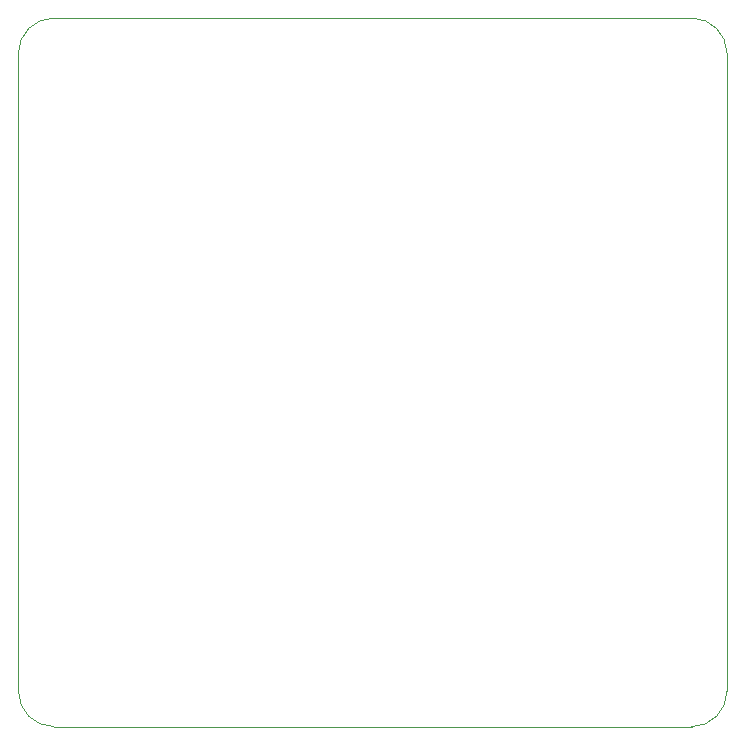
<source format=gm1>
%TF.GenerationSoftware,KiCad,Pcbnew,(6.0.2)*%
%TF.CreationDate,2022-04-04T11:25:54-04:00*%
%TF.ProjectId,xum1541,78756d31-3534-4312-9e6b-696361645f70,1.0*%
%TF.SameCoordinates,Original*%
%TF.FileFunction,Profile,NP*%
%FSLAX46Y46*%
G04 Gerber Fmt 4.6, Leading zero omitted, Abs format (unit mm)*
G04 Created by KiCad (PCBNEW (6.0.2)) date 2022-04-04 11:25:54*
%MOMM*%
%LPD*%
G01*
G04 APERTURE LIST*
%TA.AperFunction,Profile*%
%ADD10C,0.100000*%
%TD*%
G04 APERTURE END LIST*
D10*
X177000000Y-141000000D02*
G75*
G03*
X180000000Y-138000000I-1J3000001D01*
G01*
X180000000Y-84000000D02*
X180000000Y-138000000D01*
X123000000Y-81000000D02*
G75*
G03*
X120000000Y-84000000I1J-3000001D01*
G01*
X120000000Y-138000000D02*
G75*
G03*
X123000000Y-141000000I3000001J1D01*
G01*
X120000000Y-138000000D02*
X120000000Y-84000000D01*
X123000000Y-81000000D02*
X177000000Y-81000000D01*
X123000000Y-141000000D02*
X177000000Y-141000000D01*
X180000000Y-84000000D02*
G75*
G03*
X177000000Y-81000000I-3000001J-1D01*
G01*
M02*

</source>
